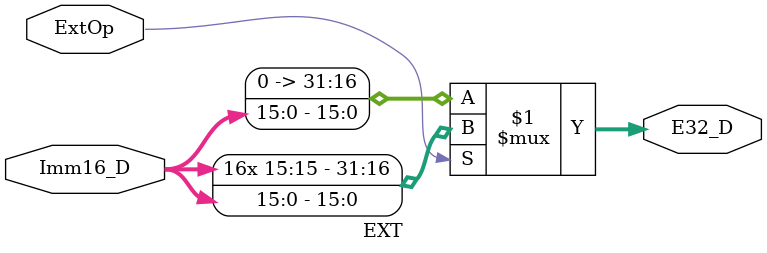
<source format=v>
`timescale 1ns / 1ps

module EXT(
	input ExtOp,
	input [15:0] Imm16_D,
	output [31:0] E32_D
    );

	assign E32_D = (ExtOp)?{{16{Imm16_D[15]}},Imm16_D}:
						{16'b0,Imm16_D};

endmodule
/*
0£ºÁãÀ©Õ¹
1£º·ûºÅÀ©Õ¹
*/
</source>
